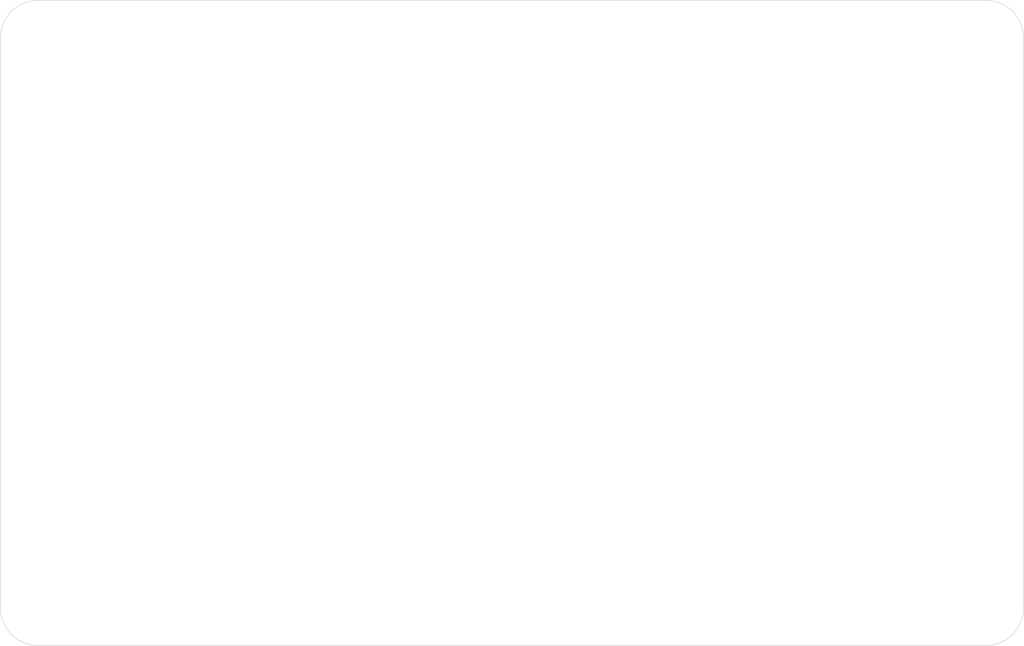
<source format=kicad_pcb>
(kicad_pcb (version 20171130) (host pcbnew "(5.1.10)-1")

  (general
    (thickness 1.6)
    (drawings 8)
    (tracks 0)
    (zones 0)
    (modules 0)
    (nets 1)
  )

  (page A4)
  (layers
    (0 F.Cu signal)
    (31 B.Cu signal)
    (32 B.Adhes user)
    (33 F.Adhes user)
    (34 B.Paste user)
    (35 F.Paste user)
    (36 B.SilkS user)
    (37 F.SilkS user)
    (38 B.Mask user)
    (39 F.Mask user)
    (40 Dwgs.User user)
    (41 Cmts.User user)
    (42 Eco1.User user)
    (43 Eco2.User user)
    (44 Edge.Cuts user)
    (45 Margin user)
    (46 B.CrtYd user)
    (47 F.CrtYd user)
    (48 B.Fab user)
    (49 F.Fab user)
  )

  (setup
    (last_trace_width 0.25)
    (trace_clearance 0.2)
    (zone_clearance 0.508)
    (zone_45_only no)
    (trace_min 0.2)
    (via_size 0.8)
    (via_drill 0.4)
    (via_min_size 0.4)
    (via_min_drill 0.3)
    (uvia_size 0.3)
    (uvia_drill 0.1)
    (uvias_allowed no)
    (uvia_min_size 0.2)
    (uvia_min_drill 0.1)
    (edge_width 0.05)
    (segment_width 0.2)
    (pcb_text_width 0.3)
    (pcb_text_size 1.5 1.5)
    (mod_edge_width 0.12)
    (mod_text_size 1 1)
    (mod_text_width 0.15)
    (pad_size 1.524 1.524)
    (pad_drill 0.762)
    (pad_to_mask_clearance 0)
    (aux_axis_origin 0 0)
    (visible_elements FFFFFF7F)
    (pcbplotparams
      (layerselection 0x010fc_ffffffff)
      (usegerberextensions false)
      (usegerberattributes true)
      (usegerberadvancedattributes true)
      (creategerberjobfile true)
      (excludeedgelayer true)
      (linewidth 0.100000)
      (plotframeref false)
      (viasonmask false)
      (mode 1)
      (useauxorigin false)
      (hpglpennumber 1)
      (hpglpenspeed 20)
      (hpglpendiameter 15.000000)
      (psnegative false)
      (psa4output false)
      (plotreference true)
      (plotvalue true)
      (plotinvisibletext false)
      (padsonsilk false)
      (subtractmaskfromsilk false)
      (outputformat 1)
      (mirror false)
      (drillshape 1)
      (scaleselection 1)
      (outputdirectory ""))
  )

  (net 0 "")

  (net_class Default "This is the default net class."
    (clearance 0.2)
    (trace_width 0.25)
    (via_dia 0.8)
    (via_drill 0.4)
    (uvia_dia 0.3)
    (uvia_drill 0.1)
  )

  (gr_arc (start 42.55 43.18) (end 39.37 43.18) (angle 90) (layer Edge.Cuts) (width 0.05) (tstamp 61652F20))
  (gr_arc (start 121.79 43.18) (end 124.97 43.18) (angle -90) (layer Edge.Cuts) (width 0.05) (tstamp 61652F20))
  (gr_arc (start 121.79 90.8) (end 121.79 93.98) (angle -90) (layer Edge.Cuts) (width 0.05) (tstamp 61652F20))
  (gr_arc (start 42.55 90.8) (end 39.37 90.8) (angle -90) (layer Edge.Cuts) (width 0.05))
  (gr_line (start 124.97 90.8) (end 124.97 43.18) (layer Edge.Cuts) (width 0.05) (tstamp 61652E15))
  (gr_line (start 39.37 90.8) (end 39.37 43.18) (layer Edge.Cuts) (width 0.05) (tstamp 61652E18))
  (gr_line (start 121.79 40) (end 42.55 40) (layer Edge.Cuts) (width 0.05) (tstamp 61652E1B))
  (gr_line (start 121.79 93.98) (end 42.55 93.98) (layer Edge.Cuts) (width 0.05) (tstamp 61652E12))

)

</source>
